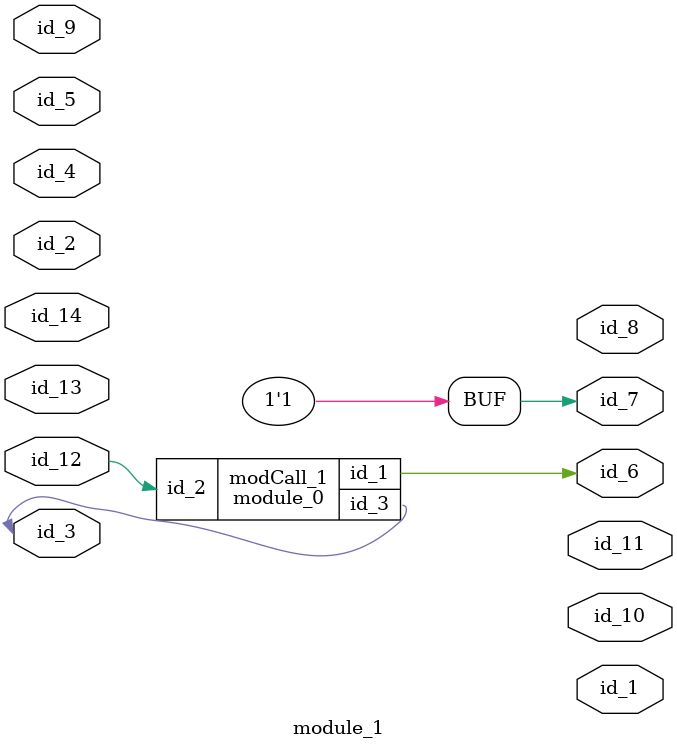
<source format=v>
module module_0 (
    id_1,
    id_2,
    id_3
);
  output wire id_3;
  input wire id_2;
  output wire id_1;
endmodule
module module_1 (
    id_1,
    id_2,
    id_3,
    id_4,
    id_5,
    id_6,
    id_7,
    id_8,
    id_9,
    id_10,
    id_11,
    id_12,
    id_13,
    id_14
);
  inout wire id_14;
  inout wire id_13;
  inout wire id_12;
  output wire id_11;
  output wire id_10;
  input wire id_9;
  output wire id_8;
  output wire id_7;
  output wire id_6;
  input wire id_5;
  input wire id_4;
  inout wire id_3;
  inout wire id_2;
  output wire id_1;
  assign id_7 = 1;
  wire id_15;
  wire id_16;
  localparam id_17 = -1;
  module_0 modCall_1 (
      id_6,
      id_12,
      id_3
  );
endmodule

</source>
